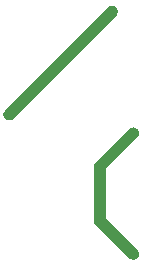
<source format=gbr>
%TF.GenerationSoftware,Altium Limited,Altium Designer,22.9.1 (49)*%
G04 Layer_Color=0*
%FSLAX45Y45*%
%MOMM*%
%TF.SameCoordinates,E77D5F78-0586-4990-9624-58BD59020D5A*%
%TF.FilePolarity,Positive*%
%TF.FileFunction,NonPlated,1,4,NPTH,Drill*%
%TF.Part,Single*%
G01*
G75*
G36*
X5310000Y3400000D02*
X5311965Y3401965D01*
X5315432Y3406312D01*
X5318389Y3411019D01*
X5320802Y3416028D01*
X5322638Y3421276D01*
X5323875Y3426696D01*
X5324497Y3432220D01*
X5324497Y3437780D01*
X5323875Y3443304D01*
X5322638Y3448724D01*
X5320801Y3453972D01*
X5318389Y3458981D01*
X5315431Y3463688D01*
X5311965Y3468034D01*
X5308034Y3471966D01*
X5303687Y3475432D01*
X5298980Y3478390D01*
X5293971Y3480802D01*
X5288723Y3482638D01*
X5283303Y3483875D01*
X5277779Y3484497D01*
X5272219Y3484497D01*
X5266695Y3483874D01*
X5261275Y3482637D01*
X5256027Y3480801D01*
X5251018Y3478389D01*
X5246311Y3475431D01*
X5241965Y3471965D01*
X5239999Y3469999D01*
X5240000Y3470000D01*
X4940000Y3170000D01*
Y2680000D01*
X5240000Y2380000D01*
X5241965Y2378034D01*
X5246312Y2374568D01*
X5251019Y2371610D01*
X5256028Y2369198D01*
X5261275Y2367362D01*
X5266696Y2366125D01*
X5272220Y2365503D01*
X5277779Y2365502D01*
X5283304Y2366125D01*
X5288724Y2367362D01*
X5293971Y2369198D01*
X5298980Y2371610D01*
X5303687Y2374568D01*
X5308034Y2378034D01*
X5311965Y2381965D01*
X5315431Y2386312D01*
X5318389Y2391019D01*
X5320801Y2396028D01*
X5322638Y2401275D01*
X5323875Y2406695D01*
X5324497Y2412220D01*
X5324497Y2417779D01*
X5323875Y2423304D01*
X5322638Y2428724D01*
X5320802Y2433971D01*
X5318389Y2438980D01*
X5315432Y2443688D01*
X5311965Y2448034D01*
X5310000Y2450000D01*
D01*
X5040000Y2720000D01*
Y3130000D01*
X5310000Y3400000D01*
D02*
G37*
G36*
X4190000Y3630000D02*
X4185392Y3625392D01*
X4178876Y3614105D01*
X4175502Y3601517D01*
X4175502Y3588484D01*
X4178875Y3575895D01*
X4185391Y3564608D01*
X4194607Y3555393D01*
X4205893Y3548876D01*
X4218482Y3545503D01*
X4231515Y3545503D01*
X4244104Y3548876D01*
X4255390Y3555392D01*
X4259998Y3560000D01*
X4259999D01*
X5130000Y4430000D01*
X5134608Y4434608D01*
X5141124Y4445895D01*
X5144497Y4458483D01*
Y4471516D01*
X5141124Y4484105D01*
X5134608Y4495392D01*
X5125392Y4504608D01*
X5114105Y4511124D01*
X5101516Y4514497D01*
X5088483D01*
X5075895Y4511124D01*
X5064608Y4504608D01*
X5060000Y4500000D01*
X5060000D01*
X4190000Y3630000D01*
D02*
G37*
%TF.MD5,f95f838c7e5ad6991f8eade0ca871d21*%
M02*

</source>
